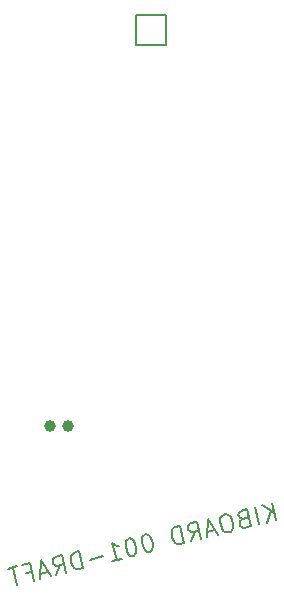
<source format=gbr>
%TF.GenerationSoftware,KiCad,Pcbnew,6.0.6-3a73a75311~116~ubuntu22.04.1*%
%TF.CreationDate,2022-07-27T09:59:41+02:00*%
%TF.ProjectId,kiboard,6b69626f-6172-4642-9e6b-696361645f70,v1.0.0*%
%TF.SameCoordinates,Original*%
%TF.FileFunction,Legend,Bot*%
%TF.FilePolarity,Positive*%
%FSLAX46Y46*%
G04 Gerber Fmt 4.6, Leading zero omitted, Abs format (unit mm)*
G04 Created by KiCad (PCBNEW 6.0.6-3a73a75311~116~ubuntu22.04.1) date 2022-07-27 09:59:41*
%MOMM*%
%LPD*%
G01*
G04 APERTURE LIST*
%ADD10C,0.150000*%
%ADD11C,1.000000*%
G04 APERTURE END LIST*
D10*
X14301255Y-20753593D02*
X13938372Y-19298149D01*
X13469573Y-20960954D02*
X13885973Y-19973751D01*
X13106690Y-19505511D02*
X14145734Y-20129831D01*
X12845811Y-21116476D02*
X12482928Y-19661032D01*
X11477513Y-20647863D02*
X11286873Y-20769010D01*
X11234846Y-20855597D01*
X11200100Y-21011491D01*
X11251940Y-21219411D01*
X11355807Y-21340745D01*
X11442394Y-21392772D01*
X11598288Y-21427518D01*
X12152743Y-21289277D01*
X11789860Y-19833833D01*
X11304712Y-19954794D01*
X11183379Y-20058661D01*
X11131352Y-20145248D01*
X11096605Y-20301142D01*
X11131166Y-20439756D01*
X11235033Y-20561089D01*
X11321620Y-20613116D01*
X11477513Y-20647863D01*
X11962661Y-20526902D01*
X10057189Y-20265837D02*
X9779962Y-20334957D01*
X9658628Y-20438824D01*
X9554575Y-20611998D01*
X9554388Y-20906506D01*
X9675349Y-21391654D01*
X9813777Y-21651601D01*
X9986951Y-21755654D01*
X10142845Y-21790401D01*
X10420072Y-21721280D01*
X10541405Y-21617413D01*
X10645459Y-21444239D01*
X10645645Y-21149732D01*
X10524684Y-20664584D01*
X10386257Y-20404637D01*
X10213083Y-20300583D01*
X10057189Y-20265837D01*
X9138175Y-21599202D02*
X8445106Y-21772003D01*
X9380469Y-21980482D02*
X8532439Y-20646000D01*
X8410174Y-22222404D01*
X7093344Y-22550727D02*
X7405690Y-21736698D01*
X7925026Y-22343365D02*
X7562143Y-20887922D01*
X7007688Y-21026163D01*
X6886355Y-21130030D01*
X6834328Y-21216617D01*
X6799581Y-21372511D01*
X6851422Y-21580431D01*
X6955289Y-21701765D01*
X7041876Y-21753791D01*
X7197770Y-21788538D01*
X7752224Y-21650297D01*
X6469582Y-22706248D02*
X6106699Y-21250805D01*
X5760165Y-21337205D01*
X5569525Y-21458352D01*
X5465471Y-21631526D01*
X5430725Y-21787420D01*
X5430538Y-22081928D01*
X5482379Y-22289848D01*
X5620806Y-22549795D01*
X5724673Y-22671129D01*
X5897847Y-22775182D01*
X6123048Y-22792649D01*
X6469582Y-22706248D01*
X3265119Y-21959290D02*
X3126505Y-21993850D01*
X3005172Y-22097717D01*
X2953145Y-22184304D01*
X2918398Y-22340198D01*
X2918212Y-22634706D01*
X3004613Y-22981240D01*
X3143040Y-23241187D01*
X3246907Y-23362521D01*
X3333494Y-23414547D01*
X3489388Y-23449294D01*
X3628002Y-23414734D01*
X3749335Y-23310867D01*
X3801362Y-23224280D01*
X3836109Y-23068386D01*
X3836295Y-22773878D01*
X3749894Y-22427344D01*
X3611467Y-22167397D01*
X3507600Y-22046063D01*
X3421013Y-21994037D01*
X3265119Y-21959290D01*
X1878982Y-22304893D02*
X1740369Y-22339453D01*
X1619035Y-22443320D01*
X1567008Y-22529907D01*
X1532262Y-22685801D01*
X1532075Y-22980308D01*
X1618476Y-23326843D01*
X1756903Y-23586790D01*
X1860771Y-23708123D01*
X1947358Y-23760150D01*
X2103251Y-23794897D01*
X2241865Y-23760336D01*
X2363199Y-23656469D01*
X2415225Y-23569882D01*
X2449972Y-23413988D01*
X2450158Y-23119481D01*
X2363757Y-22772947D01*
X2225330Y-22513000D01*
X2121463Y-22391666D01*
X2034876Y-22339639D01*
X1878982Y-22304893D01*
X370580Y-24226900D02*
X1202262Y-24019538D01*
X786421Y-24123219D02*
X423539Y-22667776D01*
X613993Y-22841136D01*
X787167Y-22945189D01*
X943060Y-22979936D01*
X-391421Y-23827967D02*
X-1500331Y-24104449D01*
X-2055158Y-24831705D02*
X-2418041Y-23376261D01*
X-2764575Y-23462662D01*
X-2955215Y-23583809D01*
X-3059269Y-23756983D01*
X-3094015Y-23912877D01*
X-3094202Y-24207384D01*
X-3042361Y-24415305D01*
X-2903934Y-24675252D01*
X-2800067Y-24796586D01*
X-2626893Y-24900639D01*
X-2401692Y-24918105D01*
X-2055158Y-24831705D01*
X-4342284Y-25401949D02*
X-4029937Y-24587920D01*
X-3510601Y-25194588D02*
X-3873484Y-23739144D01*
X-4427939Y-23877385D01*
X-4549273Y-23981252D01*
X-4601299Y-24067839D01*
X-4636046Y-24223733D01*
X-4584205Y-24431653D01*
X-4480338Y-24552987D01*
X-4393751Y-24605014D01*
X-4237858Y-24639760D01*
X-3683403Y-24501519D01*
X-5000419Y-25124349D02*
X-5693487Y-25297151D01*
X-4758125Y-25505630D02*
X-5606155Y-24171147D01*
X-5728420Y-25747552D01*
X-6888797Y-25227099D02*
X-6403650Y-25106138D01*
X-6213568Y-25868513D02*
X-6576451Y-24413069D01*
X-7269519Y-24585871D01*
X-7616054Y-24672271D02*
X-8447736Y-24879633D01*
X-7669012Y-26231396D02*
X-8031895Y-24775952D01*
%TO.C,MCU1*%
X2450000Y21983356D02*
X2450000Y19443356D01*
X2450000Y21983356D02*
X4990000Y21983356D01*
X4990000Y19443356D02*
X4990000Y21983356D01*
X2450000Y19443356D02*
X4990000Y19443356D01*
%TD*%
D11*
%TO.C,*%
X-4870835Y-12743763D03*
X-3370835Y-12743763D03*
%TD*%
M02*

</source>
